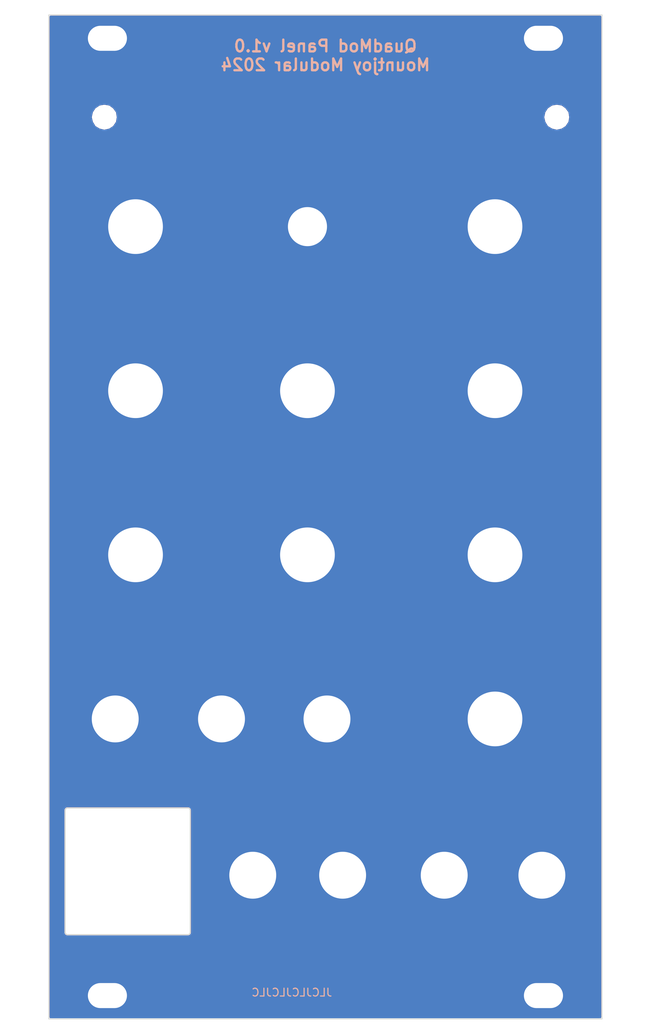
<source format=kicad_pcb>
(kicad_pcb (version 20221018) (generator pcbnew)
  (layers (0 "F.Cu" signal) (31 "B.Cu" signal) (36 "B.SilkS" user "B.Silkscreen") (37 "F.SilkS" user "F.Silkscreen") (38 "B.Mask" user) (39 "F.Mask" user) (44 "Edge.Cuts" user))
  (net 0 "")
  (footprint "Custom_Footprints:Alpha_9mm_pot_hole" (layer "F.Cu") (at 157 131 180)
    (fp_text reference "MIX" hide)
    (fp_text value "Alpha_9mm_pot_hole" hide)
    (pad "" np_thru_hole circle (at 0 0 180) (size 7 7) (drill 7) (layers "*.Cu" "*.Mask"))
  )
  (footprint "Custom_Footprints:Oval_Mounting_Hole" (layer "F.Cu") (at 107.4 43.9)
    (fp_text reference "Ref**" hide)
    (fp_text value "Oval_Mounting_Hole" hide)
    (pad "" np_thru_hole oval locked (at 0 0) (size 5 3.2) (drill oval 5 3.2) (layers "*.Cu" "*.Mask"))
  )
  (footprint "Custom_Footprints:Oval_Mounting_Hole" (layer "F.Cu") (at 163.2 166.4)
    (fp_text reference "Ref**" hide)
    (fp_text value "Oval_Mounting_Hole" hide)
    (pad "" np_thru_hole oval locked (at 0 0) (size 5 3.2) (drill oval 5 3.2) (layers "*.Cu" "*.Mask"))
  )
  (footprint "Custom_Footprints:Alpha_9mm_pot_hole" (layer "F.Cu") (at 157 110 180)
    (fp_text reference "MIX" hide)
    (fp_text value "Alpha_9mm_pot_hole" hide)
    (pad "" np_thru_hole circle (at 0 0 180) (size 7 7) (drill 7) (layers "*.Cu" "*.Mask"))
  )
  (footprint "kibuzzard-65B29CC1" (layer "F.Cu") (at 157 98)
    (fp_text reference "kibuzzard-65B29CC1" hide)
    (fp_text value "G***" hide)
  )
  (footprint "Graphics:Logo" (layer "F.Cu") (at 135.478508 45.221085)
    (fp_text reference "G***" hide)
    (fp_text value "LOGO" hide)
  )
  (footprint "Custom_Footprints:Thonkiconn_Socket_MountingHole_6mm" (layer "F.Cu") (at 137.5 151 180)
    (fp_text reference "Ref**" hide)
    (fp_text value "Thonkiconn_Socket_MountingHole_6mm")
    (pad "" np_thru_hole circle (at 0 0 180) (size 6 6) (drill 6) (layers "*.Cu" "*.Mask"))
  )
  (footprint "kibuzzard-65B29E5A" (layer "F.Cu") (at 111 98)
    (fp_text reference "kibuzzard-65B29E5A" hide)
    (fp_text value "G***" hide)
  )
  (footprint "kibuzzard-65B2A761" (layer "F.Cu") (at 133 74.5)
    (fp_text reference "kibuzzard-65B2A761" hide)
    (fp_text value "G***" hide)
  )
  (footprint "Custom_Footprints:Oval_Mounting_Hole" (layer "F.Cu") (at 107.4 166.4)
    (fp_text reference "Ref**" hide)
    (fp_text value "Oval_Mounting_Hole" hide)
    (pad "" np_thru_hole oval locked (at 0 0) (size 5 3.2) (drill oval 5 3.2) (layers "*.Cu" "*.Mask"))
  )
  (footprint "Custom_Footprints:Thonkiconn_Socket_MountingHole_6mm" (layer "F.Cu") (at 163 151 180)
    (fp_text reference "Ref**" hide)
    (fp_text value "Thonkiconn_Socket_MountingHole_6mm")
    (pad "" np_thru_hole circle (at 0 0 180) (size 6 6) (drill 6) (layers "*.Cu" "*.Mask"))
  )
  (footprint "kibuzzard-65B29D47" (layer "F.Cu") (at 156.5 54)
    (fp_text reference "kibuzzard-65B29D47" hide)
    (fp_text value "G***" hide)
  )
  (footprint "kibuzzard-65B29BCB" (layer "F.Cu") (at 157 119)
    (fp_text reference "kibuzzard-65B29BCB" hide)
    (fp_text value "G***" hide)
  )
  (footprint "kibuzzard-65B29E0F" (layer "F.Cu") (at 111 77)
    (fp_text reference "kibuzzard-65B29E0F" hide)
    (fp_text value "G***" hide)
  )
  (footprint "Custom_Footprints:Alpha_9mm_pot_hole" (layer "F.Cu") (at 157 89 180)
    (fp_text reference "MIX" hide)
    (fp_text value "Alpha_9mm_pot_hole" hide)
    (pad "" np_thru_hole circle (at 0 0 180) (size 7 7) (drill 7) (layers "*.Cu" "*.Mask"))
  )
  (footprint "kibuzzard-65B29E34" (layer "F.Cu") (at 111 119)
    (fp_text reference "kibuzzard-65B29E34" hide)
    (fp_text value "G***" hide)
  )
  (footprint "Custom_Footprints:RJ45_Molex_42878-8506_Mounting_Hole" (layer "F.Cu") (at 110 150.5)
    (fp_text reference "REF**" hide)
    (fp_text value "RJ45_Molex_42878-8506_Mounting_Hole")
    (fp_line (start -8 -7.8) (end -8 7.8) (stroke (width 0.12)) (layer "Edge.Cuts"))
    (fp_line (start 7.7 -8.1) (end -7.7 -8.1) (stroke (width 0.12)) (layer "Edge.Cuts"))
    (fp_line (start 7.7 8.1) (end -7.7 8.1) (stroke (width 0.12)) (layer "Edge.Cuts"))
    (fp_line (start 8 -7.8) (end 8 7.8) (stroke (width 0.12)) (layer "Edge.Cuts"))
    (fp_arc (start -8 -7.8) (mid -7.912132 -8.012132) (end -7.7 -8.1) (stroke (width 0.12)) (layer "Edge.Cuts"))
    (fp_arc (start -7.7 8.1) (mid -7.912132 8.012132) (end -8 7.8) (stroke (width 0.12)) (layer "Edge.Cuts"))
    (fp_arc (start 7.7 -8.1) (mid 7.912132 -8.012132) (end 8 -7.8) (stroke (width 0.12)) (layer "Edge.Cuts"))
    (fp_arc (start 8 7.8) (mid 7.912132 8.012132) (end 7.7 8.1) (stroke (width 0.12)) (layer "Edge.Cuts"))
  )
  (footprint "Custom_Footprints:Thonkiconn_Socket_MountingHole_6mm" (layer "F.Cu") (at 122 131 180)
    (fp_text reference "Ref**" hide)
    (fp_text value "Thonkiconn_Socket_MountingHole_6mm")
    (pad "" np_thru_hole circle (at 0 0 180) (size 6 6) (drill 6) (layers "*.Cu" "*.Mask"))
  )
  (footprint "kibuzzard-65B29BBA" (layer "F.Cu") (at 157 77)
    (fp_text reference "kibuzzard-65B29BBA" hide)
    (fp_text value "G***" hide)
  )
  (footprint "Custom_Footprints:Alpha_9mm_pot_hole" (layer "F.Cu") (at 133 89 180)
    (fp_text reference "MIX" hide)
    (fp_text value "Alpha_9mm_pot_hole" hide)
    (pad "" np_thru_hole circle (at 0 0 180) (size 7 7) (drill 7) (layers "*.Cu" "*.Mask"))
  )
  (footprint "Custom_Footprints:Alpha_9mm_pot_hole" (layer "F.Cu") (at 111 89 180)
    (fp_text reference "MIX" hide)
    (fp_text value "Alpha_9mm_pot_hole" hide)
    (pad "" np_thru_hole circle (at 0 0 180) (size 7 7) (drill 7) (layers "*.Cu" "*.Mask"))
  )
  (footprint "Custom_Footprints:Alpha_9mm_pot_hole" (layer "F.Cu") (at 111 110 180)
    (fp_text reference "MIX" hide)
    (fp_text value "Alpha_9mm_pot_hole" hide)
    (pad "" np_thru_hole circle (at 0 0 180) (size 7 7) (drill 7) (layers "*.Cu" "*.Mask"))
  )
  (footprint "Custom_Footprints:Alpha_9mm_pot_hole" (layer "F.Cu") (at 157 68 180)
    (fp_text reference "MIX" hide)
    (fp_text value "Alpha_9mm_pot_hole" hide)
    (pad "" np_thru_hole circle (at 0 0 180) (size 7 7) (drill 7) (layers "*.Cu" "*.Mask"))
  )
  (footprint "kibuzzard-65B29E0F" (layer "F.Cu") (at 157 140.5)
    (fp_text reference "kibuzzard-65B29E0F" hide)
    (fp_text value "G***" hide)
  )
  (footprint "Custom_Footprints:Sub_Miniature_Switch_MountingHole_5mm" (layer "F.Cu") (at 133 68)
    (fp_text reference "TYPE" hide)
    (fp_text value "Subminiature_Switch" hide)
    (pad "" np_thru_hole circle (at 0 0) (size 5 5) (drill 5) (layers "*.Cu" "*.Mask"))
  )
  (footprint "Custom_Footprints:Thonkiconn_Socket_MountingHole_6mm" (layer "F.Cu") (at 126 151 180)
    (fp_text reference "Ref**" hide)
    (fp_text value "Thonkiconn_Socket_MountingHole_6mm")
    (pad "" np_thru_hole circle (at 0 0 180) (size 6 6) (drill 6) (layers "*.Cu" "*.Mask"))
  )
  (footprint "Custom_Footprints:Thonkiconn_Socket_MountingHole_6mm" (layer "F.Cu") (at 150.5 151 180)
    (fp_text reference "Ref**" hide)
    (fp_text value "Thonkiconn_Socket_MountingHole_6mm")
    (pad "" np_thru_hole circle (at 0 0 180) (size 6 6) (drill 6) (layers "*.Cu" "*.Mask"))
  )
  (footprint "kibuzzard-65B29D82" (layer "F.Cu") (at 122 54)
    (fp_text reference "kibuzzard-65B29D82" hide)
    (fp_text value "G***" hide)
  )
  (footprint "Custom_Footprints:Alpha_9mm_pot_hole" (layer "F.Cu") (at 111 68 180)
    (fp_text reference "MIX" hide)
    (fp_text value "Alpha_9mm_pot_hole" hide)
    (pad "" np_thru_hole circle (at 0 0 180) (size 7 7) (drill 7) (layers "F&B.Cu" "*.Mask"))
  )
  (footprint "kibuzzard-65B38E0B" (layer "F.Cu") (at 133 98)
    (fp_text reference "kibuzzard-65B38E0B" hide)
    (fp_text value "G***" hide)
  )
  (footprint "Custom_Footprints:Alpha_9mm_pot_hole" (layer "F.Cu") (at 133 110 180)
    (fp_text reference "MIX" hide)
    (fp_text value "Alpha_9mm_pot_hole" hide)
    (pad "" np_thru_hole circle (at 0 0 180) (size 7 7) (drill 7) (layers "*.Cu" "*.Mask"))
  )
  (footprint "Custom_Footprints:Oval_Mounting_Hole" (layer "F.Cu") (at 163.2 43.9)
    (fp_text reference "Ref**" hide)
    (fp_text value "Oval_Mounting_Hole" hide)
    (pad "" np_thru_hole oval locked (at 0 0) (size 5 3.2) (drill oval 5 3.2) (layers "*.Cu" "*.Mask"))
  )
  (footprint "Custom_Footprints:Thonkiconn_Socket_MountingHole_6mm" (layer "F.Cu") (at 108.4 131 180)
    (fp_text reference "Ref**" hide)
    (fp_text value "Thonkiconn_Socket_MountingHole_6mm")
    (pad "" np_thru_hole circle (at 0 0 180) (size 6 6) (drill 6) (layers "*.Cu" "*.Mask"))
  )
  (footprint "kibuzzard-65B2A755" (layer "F.Cu") (at 133 62)
    (fp_text reference "kibuzzard-65B2A755" hide)
    (fp_text value "G***" hide)
  )
  (footprint "kibuzzard-65B29EC8" (layer "F.Cu") (at 133 119)
    (fp_text reference "kibuzzard-65B29EC8" hide)
    (fp_text value "G***" hide)
  )
  (footprint "Custom_Footprints:Thonkiconn_Socket_MountingHole_6mm" (layer "F.Cu") (at 135.5 131 180)
    (fp_text reference "Ref**" hide)
    (fp_text value "Thonkiconn_Socket_MountingHole_6mm")
    (pad "" np_thru_hole circle (at 0 0 180) (size 6 6) (drill 6) (layers "*.Cu" "*.Mask"))
  )
  (footprint "kibuzzard-65B38FE8" (layer "F.Cu") (at 135.3 167.3)
    (fp_text reference "kibuzzard-65B38FE8" hide)
    (fp_text value "G***" hide)
  )
  (gr_rect locked (start 99.9 40.9) (end 170.7 169.4) (stroke (width 0.1)) (fill none) (layer "Edge.Cuts"))
  (gr_text "QuadMod Panel v1.0\nMountjoy Modular 2024" (at 135.3 46.1) (layer "B.SilkS") (effects (font (size 1.5 1.5) (thickness 0.3)) (justify mirror)))
  (gr_text "JLCJLCJLCJLC" (at 131 166) (layer "B.SilkS") (effects (font (size 1 1)) (justify mirror)))
  (zone locked (net 0) (net_name "") (layers "F&B.Cu") (connect_pads (clearance 0.508)) (min_thickness 0.254) (fill yes (thermal_gap 0.508) (thermal_bridge_width 0.508) (island_removal_mode 1) (island_area_min 10))
    (polygon (pts (xy 98.5 39) (xy 172.5 39) (xy 172.5 170) (xy 98.5 170)))
  )
  (zone (net 0) (net_name "") (layers "F&B.Cu" "F.Mask") (connect_pads (clearance 0)) (min_thickness 0.25)
    (keepout (tracks not_allowed) (vias not_allowed) (pads not_allowed) (copperpour not_allowed) (footprints allowed))
    (fill (thermal_gap 0.5) (thermal_bridge_width 0.5))
    (polygon (pts (xy 105.865934 52.865934) (xy 106.40894 52.501229) (xy 106.999999 52.4) (xy 107.633223 52.501963) (xy 108.130809 52.869191) (xy 108.499441 53.367143) (xy 108.6 54) (xy 108.500523 54.592178) (xy 108.132199 55.132199) (xy 107.633527 55.457644) (xy 107 55.6) (xy 106.408933 55.457659) (xy 105.868617 55.131383) (xy 105.543026 54.59173) (xy 105.4 54) (xy 105.539505 53.365684)))
  )
  (zone (net 0) (net_name "") (layers "F&B.Cu" "F.Mask") (connect_pads (clearance 0)) (min_thickness 0.25)
    (keepout (tracks not_allowed) (vias not_allowed) (pads not_allowed) (copperpour not_allowed) (footprints allowed))
    (fill (thermal_gap 0.5) (thermal_bridge_width 0.5))
    (polygon (pts (xy 163.765934 52.865934) (xy 164.30894 52.501229) (xy 164.899999 52.4) (xy 165.533223 52.501963) (xy 166.030809 52.869191) (xy 166.399441 53.367143) (xy 166.5 54) (xy 166.400523 54.592178) (xy 166.032199 55.132199) (xy 165.533527 55.457644) (xy 164.9 55.6) (xy 164.308933 55.457659) (xy 163.768617 55.131383) (xy 163.443026 54.59173) (xy 163.3 54) (xy 163.439505 53.365684)))
  )
)
</source>
